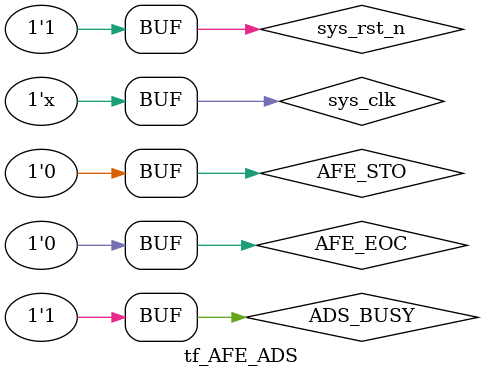
<source format=v>
`timescale 1ns / 1ps


module tf_AFE_ADS;

	// Inputs
	reg sys_rst_n;
	reg sys_clk;
	reg AFE_STO;
	reg AFE_EOC;
	reg ADS_BUSY;
	reg ADS_SDOA;
	reg ADS_SDOB;

	// Outputs
	wire AFE_CLK;
	wire AFE_INTG;
	wire AFE_IRST;
	wire AFE_SHS;
	wire AFE_SHR;
	wire AFE_PDZ;
	wire AFE_NAPZ;
	wire AFE_ENTRI;
	wire AFE_SMT_MD;
	wire AFE_INPUTZ;
	wire AFE_DF_SM;
	wire [2:0] AFE_PGA;
	wire ADS_CLK;
	wire ADS_CS_N;
	wire ADS_RD;
	wire ADS_SDI;
	wire [1:0] ADS_M;
	wire ADS_CONVST;

	// Instantiate the Unit Under Test (UUT)
	AFE_ADS_TOP uut (
		.sys_rst_n(sys_rst_n), 
		.sys_clk(sys_clk), 
		.AFE_CLK(AFE_CLK), 
		.AFE_INTG(AFE_INTG), 
		.AFE_IRST(AFE_IRST), 
		.AFE_SHS(AFE_SHS), 
		.AFE_SHR(AFE_SHR), 
		.AFE_PDZ(AFE_PDZ), 
		.AFE_NAPZ(AFE_NAPZ), 
		.AFE_ENTRI(AFE_ENTRI), 
		.AFE_STO(AFE_STO), 
		.AFE_EOC(AFE_EOC), 
		.AFE_SMT_MD(AFE_SMT_MD), 
		.AFE_INPUTZ(AFE_INPUTZ), 
		.AFE_DF_SM(AFE_DF_SM), 
		.AFE_PGA(AFE_PGA), 
		.ADS_CLK(ADS_CLK), 
		.ADS_CS_N(ADS_CS_N), 
		.ADS_BUSY(ADS_BUSY), 
		.ADS_RD(ADS_RD), 
		.ADS_SDI(ADS_SDI), 
		.ADS_SDOA(ADS_SDOA), 
		.ADS_SDOB(ADS_SDOB), 
		.ADS_M(ADS_M), 
		.ADS_CONVST(ADS_CONVST)
	);

	initial begin
		// Initialize Inputs
		sys_rst_n = 0;
		sys_clk = 0;
		AFE_STO = 0;
		AFE_EOC = 0;
		ADS_BUSY = 1;
		ADS_SDOA = 0;
		ADS_SDOB = 0;

		// Wait 100 ns for global reset to finish
		#100;
        sys_rst_n = 1;
		// Add stimulus here

	end
always # 10 sys_clk = ~sys_clk;
reg ADS_RD_D	 = 0,
	ADS_CS_D	 = 0,
	ADS_CLK_D	 = 0,
	data_valid	 =	0;
reg [1:0]	sdo_cnt = 0;
reg [17:0]	sdo_data	=	0;
reg [15:0]	data	=	1;
	
always @(posedge sys_clk) begin
	ADS_RD_D <= ADS_RD;
	ADS_CS_D <= ADS_CS_N;
	ADS_CLK_D<= ADS_CLK;
	
	if (!ADS_RD_D && ADS_RD) begin
		data_valid <= 1;
		sdo_cnt	<= sdo_cnt + 1;
		data	<=	data + 1;
		sdo_data <= {sdo_cnt,data};		
	end
	else if (!ADS_CS_D && ADS_CS_N) begin
		data_valid <= 0;
		sdo_cnt	<= sdo_cnt;
	end
	else begin
		data_valid <= data_valid;
		sdo_cnt	<= sdo_cnt;
	end
		
	if (data_valid) begin
		if (!ADS_CLK_D && ADS_CLK) begin			
			ADS_SDOA	<= sdo_data[17];
			ADS_SDOB	<= sdo_data[17];
			sdo_data	<= sdo_data << 1;
		end
		else begin
			ADS_SDOA	<=	ADS_SDOA;
			ADS_SDOB	<=	ADS_SDOB;
			sdo_data	<=	sdo_data;
		end
	end
	else begin
		ADS_SDOA	<=	ADS_SDOA;
		ADS_SDOB	<=	ADS_SDOB;
	end
		
	
end
      
endmodule


</source>
